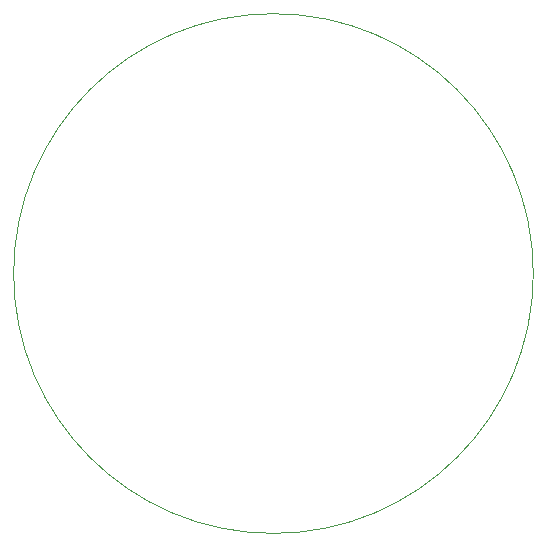
<source format=gbr>
%TF.GenerationSoftware,KiCad,Pcbnew,7.0.6*%
%TF.CreationDate,2023-12-12T11:09:34+00:00*%
%TF.ProjectId,led_holder,6c65645f-686f-46c6-9465-722e6b696361,rev?*%
%TF.SameCoordinates,Original*%
%TF.FileFunction,Profile,NP*%
%FSLAX46Y46*%
G04 Gerber Fmt 4.6, Leading zero omitted, Abs format (unit mm)*
G04 Created by KiCad (PCBNEW 7.0.6) date 2023-12-12 11:09:34*
%MOMM*%
%LPD*%
G01*
G04 APERTURE LIST*
%TA.AperFunction,Profile*%
%ADD10C,0.100000*%
%TD*%
G04 APERTURE END LIST*
D10*
X184100000Y-68400000D02*
G75*
G03*
X184100000Y-68400000I-22000000J0D01*
G01*
M02*

</source>
